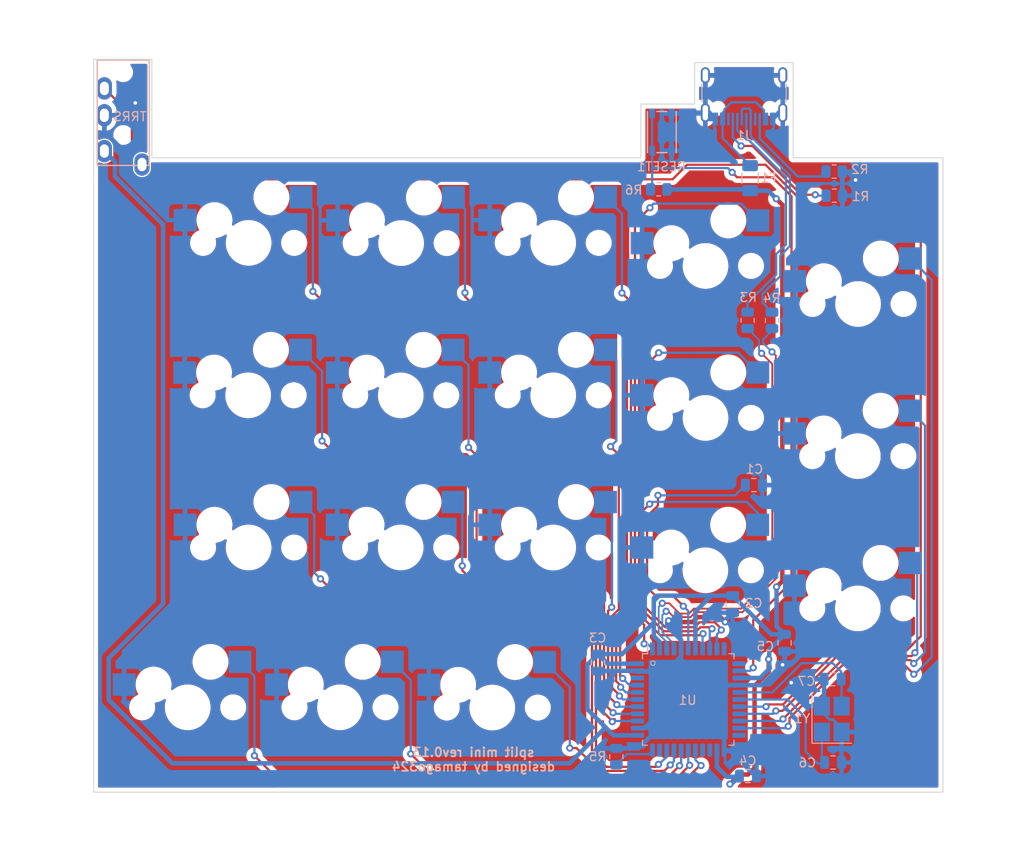
<source format=kicad_pcb>
(kicad_pcb (version 20211014) (generator pcbnew)
  (layers (0 "F.Cu" signal) (31 "B.Cu" signal) (34 "B.Paste" user) (35 "F.Paste" user) (36 "B.SilkS" user "B.Silkscreen") (37 "F.SilkS" user "F.Silkscreen") (38 "B.Mask" user) (39 "F.Mask" user) (44 "Edge.Cuts" user))
  (net 0 "")
  (net 1 "Net-(C1-Pad1)")
  (net 2 "GND")
  (net 3 "VCC")
  (net 4 "XTAL1")
  (net 5 "XTAL2")
  (net 6 "Net-(F1-Pad1)")
  (net 7 "Net-(J1-PadA5)")
  (net 8 "Net-(J1-PadA6)")
  (net 9 "Net-(J1-PadA7)")
  (net 11 "Net-(J1-PadB5)")
  (net 13 "SCL")
  (net 15 "D-")
  (net 16 "D+")
  (net 17 "Net-(R5-Pad1)")
  (net 18 "RESET")
  (net 19 "/col0")
  (net 20 "/col1")
  (net 21 "/col2")
  (net 22 "/col3")
  (net 23 "/col4")
  (net 24 "/col5")
  (net 25 "/col6")
  (net 26 "/col7")
  (net 27 "/col8")
  (net 28 "/col9")
  (net 29 "/col10")
  (net 30 "/col11")
  (net 31 "/col12")
  (net 32 "/col13")
  (net 33 "/col14")
  (net 34 "/col15")
  (net 35 "/col16")
  (net 36 "/col17")
  (footprint "split mini:CherryMX_Hotswap" (layer "F.Cu") (at 108.45 80.65)
    (fp_text reference "SW15" hide)
    (fp_text value "SW_Push" hide)
  )
  (footprint "split mini:CherryMX_Hotswap" (layer "F.Cu") (at 57.435 56.855)
    (fp_text reference "SW7" hide)
    (fp_text value "SW_Push" hide)
  )
  (footprint "split mini:CherryMX_Hotswap" (layer "F.Cu") (at 74.45 39.825)
    (fp_text reference "SW3" hide)
    (fp_text value "SW_Push" hide)
  )
  (footprint "split mini:CherryMX_Hotswap" (layer "F.Cu") (at 40.4 56.85)
    (fp_text reference "SW6" hide)
    (fp_text value "SW_Push" hide)
  )
  (footprint "split mini:CherryMX_Hotswap" (layer "F.Cu") (at 50.65 91.7)
    (fp_text reference "SW17" hide)
    (fp_text value "SW_Push" hide)
  )
  (footprint "split mini:CherryMX_Hotswap" (layer "F.Cu") (at 91.435 76.39)
    (fp_text reference "SW14" hide)
    (fp_text value "SW_Push" hide)
  )
  (footprint "split mini:CherryMX_Hotswap" (layer "F.Cu") (at 91.45 59.375)
    (fp_text reference "SW9" hide)
    (fp_text value "SW_Push" hide)
  )
  (footprint "split mini:CherryMX_Hotswap" (layer "F.Cu") (at 74.45 56.85)
    (fp_text reference "SW8" hide)
    (fp_text value "SW_Push" hide)
  )
  (footprint "split mini:CherryMX_Hotswap" (layer "F.Cu") (at 108.45 63.65)
    (fp_text reference "SW10" hide)
    (fp_text value "SW_Push" hide)
  )
  (footprint "split mini:CherryMX_Hotswap" (layer "F.Cu") (at 40.45 73.85)
    (fp_text reference "SW11" hide)
    (fp_text value "SW_Push" hide)
  )
  (footprint "split mini:CherryMX_Hotswap" (layer "F.Cu") (at 40.45 39.825)
    (fp_text reference "SW1" hide)
    (fp_text value "SW_Push" hide)
  )
  (footprint "split mini:CherryMX_Hotswap" (layer "F.Cu") (at 57.425 73.85)
    (fp_text reference "SW12" hide)
    (fp_text value "SW_Push" hide)
  )
  (footprint "split mini:CherryMX_Hotswap" (layer "F.Cu") (at 108.475 46.65)
    (fp_text reference "SW5" hide)
    (fp_text value "SW_Push" hide)
  )
  (footprint "split mini:CherryMX_Hotswap" (layer "F.Cu") (at 57.475 39.85)
    (fp_text reference "SW2" hide)
    (fp_text value "SW_Push" hide)
  )
  (footprint "split mini:CherryMX_Hotswap" (layer "F.Cu") (at 74.45 73.85)
    (fp_text reference "SW13" hide)
    (fp_text value "SW_Push" hide)
  )
  (footprint "split mini:CherryMX_Hotswap" (layer "F.Cu") (at 33.65 91.7)
    (fp_text reference "SW16" hide)
    (fp_text value "SW_Push" hide)
  )
  (footprint "split mini:CherryMX_Hotswap" (layer "F.Cu") (at 91.45 42.4)
    (fp_text reference "SW4" hide)
    (fp_text value "SW_Push" hide)
  )
  (footprint "split mini:CherryMX_Hotswap" (layer "F.Cu") (at 67.65 91.725)
    (fp_text reference "SW18" hide)
    (fp_text value "SW_Push" hide)
  )
  (footprint "split mini:USB_C_Receptacle_Neltron_5077CR-16SMC2" (layer "B.Cu") (at 95.75 22.19)
    (fp_text reference "J1")
    (fp_text value "USB_C_Receptacle_USB2.0")
  )
  (footprint "Package_QFP:LQFP-44_10x10mm_P0.8mm" (layer "B.Cu") (at 89.525 90.825 -90)
    (fp_text reference "U1")
    (fp_text value "ATmega32U4-A")
  )
  (footprint "Fuse:Fuse_1206_3216Metric" (layer "B.Cu") (at 96.425 32.6 -90)
    (fp_text reference "F1")
    (fp_text value "500mA")
  )
  (footprint "Resistor_SMD:R_0805_2012Metric" (layer "B.Cu") (at 81.5 97.2 90)
    (fp_text reference "R5")
    (fp_text value "10k")
  )
  (footprint "Resistor_SMD:R_0805_2012Metric" (layer "B.Cu") (at 105.825 34.55)
    (fp_text reference "R1")
    (fp_text value "5.1k")
  )
  (footprint "Capacitor_SMD:C_0805_2012Metric" (layer "B.Cu") (at 100.275 84.5 -90)
    (fp_text reference "C5")
    (fp_text value "10μF")
  )
  (footprint "split mini:MJ-4PP-9_1side" (layer "B.Cu") (at 26.45 19.275 180)
    (fp_text reference "J2")
    (fp_text value "MJ-4PP-9" hide)
  )
  (footprint "Capacitor_SMD:C_0805_2012Metric" (layer "B.Cu") (at 105.635 88.56 180)
    (fp_text reference "C7")
    (fp_text value "22pF")
  )
  (footprint "Resistor_SMD:R_0805_2012Metric" (layer "B.Cu") (at 105.805 31.86)
    (fp_text reference "R2")
    (fp_text value "5.1k")
  )
  (footprint "nosuz:SKRPAxE010" (layer "B.Cu") (at 86.575 27.45 90)
    (fp_text reference "RESET1")
    (fp_text value "SKRPACE010")
  )
  (footprint "Crystal:Crystal_SMD_SeikoEpson_FA238-4Pin_3.2x2.5mm_HandSoldering" (layer "B.Cu") (at 105.535 93.01 90)
    (fp_text reference "Y1")
    (fp_text value "16MHz")
  )
  (footprint "Capacitor_SMD:C_0805_2012Metric" (layer "B.Cu") (at 96.185 99.375)
    (fp_text reference "C4")
    (fp_text value "0.1μF")
  )
  (footprint "Capacitor_SMD:C_0805_2012Metric" (layer "B.Cu") (at 94.475 80.175 -90)
    (fp_text reference "C2")
    (fp_text value "0.1μF")
  )
  (footprint "Resistor_SMD:R_0805_2012Metric" (layer "B.Cu") (at 86.225 33.85 180)
    (fp_text reference "R6")
    (fp_text value "10k")
  )
  (footprint "Capacitor_SMD:C_0805_2012Metric" (layer "B.Cu") (at 105.685 97.86 180)
    (fp_text reference "C6")
    (fp_text value "22pF")
  )
  (footprint "Resistor_SMD:R_0805_2012Metric" (layer "B.Cu") (at 98.875 48.4875 -90)
    (fp_text reference "R4")
    (fp_text value "22")
  )
  (footprint "Resistor_SMD:R_0805_2012Metric" (layer "B.Cu") (at 96.145 48.4775 -90)
    (fp_text reference "R3")
    (fp_text value "22")
  )
  (footprint "Capacitor_SMD:C_0805_2012Metric" (layer "B.Cu") (at 79.45 86.7 -90)
    (fp_text reference "C3")
    (fp_text value "0.1μF")
  )
  (footprint "Capacitor_SMD:C_0805_2012Metric" (layer "B.Cu") (at 96.85 66.875)
    (fp_text reference "C1")
    (fp_text value "1μF")
  )
  (gr_circle (center 85.585 86.76) (end 85.815 86.85) (layer "B.SilkS") (width 0.1) (fill none))
  (gr_line (start 90.236197 19.693424) (end 101.236197 19.693424) (layer "Edge.Cuts") (width 0.1))
  (gr_line (start 117.95 101.175) (end 23.15 101.175) (layer "Edge.Cuts") (width 0.1))
  (gr_line (start 117.95 30.325) (end 117.95 101.175) (layer "Edge.Cuts") (width 0.1))
  (gr_line (start 23.15 101.175) (end 23.15 19.325) (layer "Edge.Cuts") (width 0.1))
  (gr_line (start 29.65 30.325) (end 84.236197 30.325) (layer "Edge.Cuts") (width 0.1))
  (gr_line (start 29.65 19.325) (end 29.65 30.325) (layer "Edge.Cuts") (width 0.1))
  (gr_line (start 84.236197 30.325) (end 84.236197 24.325) (layer "Edge.Cuts") (width 0.1))
  (gr_line (start 101.236197 19.693424) (end 101.236197 30.325) (layer "Edge.Cuts") (width 0.1))
  (gr_line (start 84.236197 24.325) (end 90.236197 24.325) (layer "Edge.Cuts") (width 0.1))
  (gr_line (start 90.236197 24.325) (end 90.236197 19.693424) (layer "Edge.Cuts") (width 0.1))
  (gr_line (start 101.236197 30.325) (end 117.95 30.325) (layer "Edge.Cuts") (width 0.1))
  (gr_line (start 23.15 19.325) (end 29.65 19.325) (layer "Edge.Cuts") (width 0.1))
  (gr_text "split mini rev0.13\ndesigned by tamago324" (at 65.55 97.525) (layer "B.SilkS") (effects (font (size 1 1) (thickness 0.2)) (justify mirror)))
  (segment (start 87.9 79.325) (end 88.975 80.4) (width 0.25) (layer "F.Cu") (net 1))
  (segment (start 86.143357 69.156643) (end 84.925 70.375) (width 0.25) (layer "F.Cu") (net 1))
  (segment (start 84.925 70.375) (end 84.925 78.3) (width 0.25) (layer "F.Cu") (net 1))
  (segment (start 84.925 78.3) (end 85.95 79.325) (width 0.25) (layer "F.Cu") (net 1))
  (segment (start 85.95 79.325) (end 87.9 79.325) (width 0.25) (layer "F.Cu") (net 1))
  (segment (start 86.143357 68.0255) (end 86.143357 69.156643) (width 0.25) (layer "F.Cu") (net 1))
  (via (at 86.143357 68.0255) (size 0.8) (drill 0.4) (layers "F.Cu" "B.Cu") (net 1))
  (via (at 88.975 80.4) (size 0.8) (drill 0.4) (layers "F.Cu" "B.Cu") (net 1))
  (segment (start 89.525 80.95) (end 88.975 80.4) (width 0.25) (layer "B.Cu") (net 1))
  (segment (start 89.525 85.1625) (end 89.525 80.95) (width 0.25) (layer "B.Cu") (net 1))
  (segment (start 94.7495 68.0255) (end 95.9 66.875) (width 0.25) (layer "B.Cu") (net 1))
  (segment (start 86.143357 68.0255) (end 94.7495 68.0255) (width 0.25) (layer "B.Cu") (net 1))
  (segment (start 90.550127 81.625) (end 90.000127 82.175) (width 0.5) (layer "F.Cu") (net 2))
  (segment (start 90.000127 82.175) (end 87.474 82.175) (width 0.5) (layer "F.Cu") (net 2))
  (segment (start 93.643741 82.160815) (end 93.107926 81.625) (width 0.5) (layer "F.Cu") (net 2))
  (segment (start 93.107926 81.625) (end 90.550127 81.625) (width 0.5) (layer "F.Cu") (net 2))
  (segment (start 101.024799 87.924799) (end 100.05 86.95) (width 0.5) (layer "F.Cu") (net 2))
  (segment (start 100.07 31.570432) (end 100.07 25.29) (width 0.5) (layer "F.Cu") (net 2))
  (segment (start 108.2 32.8) (end 107.6 33.4) (width 0.5) (layer "F.Cu") (net 2))
  (segment (start 101.024799 88.949799) (end 101.024799 87.924799) (width 0.5) (layer "F.Cu") (net 2))
  (segment (start 87.474 82.175) (end 87.3245 82.0255) (width 0.5) (layer "F.Cu") (net 2))
  (segment (start 100.05 86.95) (end 100.075 86.95) (width 0.5) (layer "F.Cu") (net 2))
  (segment (start 101.899568 33.4) (end 100.07 31.570432) (width 0.5) (layer "F.Cu") (net 2))
  (segment (start 107.6 33.4) (end 101.899568 33.4) (width 0.5) (layer "F.Cu") (net 2))
  (via (at 100.05 86.95) (size 0.8) (drill 0.4) (layers "F.Cu" "B.Cu") (net 2))
  (via (at 27.8 24.2) (size 0.8) (drill 0.4) (layers "F.Cu" "B.Cu") (net 2))
  (via (at 101.024799 88.949799) (size 0.8) (drill 0.4) (layers "F.Cu" "B.Cu") (net 2))
  (via (at 87.3245 82.0255) (size 0.8) (drill 0.4) (layers "F.Cu" "B.Cu") (net 2))
  (via (at 108.2 32.8) (size 0.8) (drill 0.4) (layers "F.Cu" "B.Cu") (net 2))
  (via (at 93.643741 82.160815) (size 0.8) (drill 0.4) (layers "F.Cu" "B.Cu") (net 2))
  (segment (start 93.643741 81.956259) (end 94.475 81.125) (width 0.5) (layer "B.Cu") (net 2))
  (segment (start 31.41 37.285) (end 33.365 37.285) (width 0.5) (layer "B.Cu") (net 2))
  (segment (start 49.035 82.665) (end 62.215 82.665) (width 0.5) (layer "B.Cu") (net 2))
  (segment (start 85.440425 94.815425) (end 85.440425 93.215425) (width 0.5) (layer "B.Cu") (net 2))
  (segment (start 43.565 84.89) (end 45.79 82.665) (width 0.5) (layer "B.Cu") (net 2))
  (segment (start 97.175 65.375) (end 85.9 65.375) (width 0.5) (layer "B.Cu") (net 2))
  (segment (start 84.63085 94.025) (end 83.8625 94.025) (width 0.5) (layer "B.Cu") (net 2))
  (segment (start 87.3245 82.0255) (end 87.175 82.175) (width 0.5) (layer "B.Cu") (net 2))
  (segment (start 29.36 82.665) (end 29.125 82.9) (width 0.5) (layer "B.Cu") (net 2))
  (segment (start 91.43 21.11) (end 100.07 21.11) (width 0.5) (layer "B.Cu") (net 2))
  (segment (start 43.565 82.665) (end 29.36 82.665) (width 0.5) (layer "B.Cu") (net 2))
  (segment (start 79.825 87.65) (end 79.85 87.625) (width 0.5) (layer "B.Cu") (net 2))
  (segment (start 101.39 61.085) (end 101.365 61.11) (width 0.5) (layer "B.Cu") (net 2))
  (segment (start 83.8625 87.625) (end 83.9375 87.7) (width 0.5) (layer "B.Cu") (net 2))
  (segment (start 106.7175 31.86) (end 106.7175 34.53) (width 0.5) (layer "B.Cu") (net 2))
  (segment (start 26.225 29.282233) (end 26.225 32.1) (width 0.5) (layer "B.Cu") (net 2))
  (segment (start 89.8125 88.5125) (end 89.8125 88.84335) (width 0.5) (layer "B.Cu") (net 2))
  (segment (start 83.96835 96.2875) (end 85.440425 94.815425) (width 0.5) (layer "B.Cu") (net 2))
  (segment (start 97.725 89.225) (end 95.1875 89.225) (width 0.5) (layer "B.Cu") (net 2))
  (segment (start 104.435 91.56) (end 104.435 92.185) (width 0.5) (layer "B.Cu") (net 2))
  (segment (start 79.85 87.625) (end 83.8625 87.625) (width 0.5) (layer "B.Cu") (net 2))
  (segment (start 101.414598 88.56) (end 104.685 88.56) (width 0.5) (layer "B.Cu") (net 2))
  (segment (start 79.45 87.65) (end 79.825 87.65) (width 0.5) (layer "B.Cu") (net 2))
  (segment (start 101.365 82.44) (end 102 83.075) (width 0.5) (layer "B.Cu") (net 2))
  (segment (start 100.07 21.11) (end 100.07 25.29) (width 0.5) (layer "B.Cu") (net 2))
  (segment (start 91.925 89.225) (end 90.525 89.225) (width 0.5) (layer "B.Cu") (net 2))
  (segment (start 101.39 44.11) (end 101.39 61.085) (width 0.5) (layer "B.Cu") (net 2))
  (segment (start 102 83.075) (end 102 85.95) (width 0.5) (layer "B.Cu") (net 2))
  (segment (start 67.365 37.285) (end 67.365 54.31) (width 0.5) (layer "B.Cu") (net 2))
  (segment (start 81.5 96.2875) (end 83.96835 96.2875) (width 0.5) (layer "B.Cu") (net 2))
  (segment (start 101.005 66.875) (end 101.365 66.515) (width 0.5) (layer "B.Cu") (net 2))
  (segment (start 88.0125 86.7125) (end 88.725 86) (width 0.5) (layer "B.Cu") (net 2))
  (segment (start 106.7375 34.55) (end 106.7375 37.2375) (width 0.5) (layer "B.Cu") (net 2))
  (segment (start 83.9375 87.7) (end 87.025 87.7) (width 0.5) (layer "B.Cu") (net 2))
  (segment (start 67.365 81.035) (end 67.365 71.31) (width 0.5) (layer "B.Cu") (net 2))
  (segment (start 87.655 25.37) (end 91.35 25.37) (width 0.5) (layer "B.Cu") (net 2))
  (segment (start 101.365 61.11) (end 101.365 66.515) (width 0.5) (layer "B.Cu") (net 2))
  (segment (start 82.83 65.9) (end 84.365 67.435) (width 0.5) (layer "B.Cu") (net 2))
  (segment (start 24.35 27.407233) (end 26.225 29.282233) (width 0.5) (layer "B.Cu") (net 2))
  (segment (start 62.215 82.665) (end 65.735 82.665) (width 0.5) (layer "B.Cu") (net 2))
  (segment (start 90.525 89.225) (end 89.8125 88.5125) (width 0.5) (layer "B.Cu") (net 2))
  (segment (start 88.725 86) (end 88.725 85.1625) (width 0.5) (layer "B.Cu") (net 2))
  (segment (start 29.125 82.9) (end 33.365 78.66) (width 0.5) (layer "B.Cu") (net 2))
  (segment (start 84.365 67.435) (end 84.365 73.835) (width 0.5) (layer "B.Cu") (net 2))
  (segment (start 106.7175 31.86) (end 107.26 31.86) (width 0.5) (layer "B.Cu") (net 2))
  (segment (start 97.135 99.375) (end 97.025 99.375) (width 0.5) (layer "B.Cu") (net 2))
  (segment (start 43.565 82.665) (end 45.79 82.665) (width 0.5) (layer "B.Cu") (net 2))
  (segment (start 101.39 42.585) (end 101.39 44.11) (width 0.5) (layer "B.Cu") (net 2))
  (segment (start 33.315 54.31) (end 33.315 37.335) (width 0.5) (layer "B.Cu") (net 2))
  (segment (start 91.43 25.29) (end 91.43 21.11) (width 0.5) (layer "B.Cu") (net 2))
  (segment (start 101.024799 88.949799) (end 101.414598 88.56) (width 0.5) (layer "B.Cu") (net 2))
  (segment (start 89.8125 88.84335) (end 85.440425 93.215425) (width 0.5) (layer "B.Cu") (net 2))
  (segment (start 33.365 54.36) (end 33.315 54.31) (width 0.5) (layer "B.Cu") (net 2))
  (segment (start 105.685 93.06) (end 106.635 94.01) (width 0.3) (layer "B.Cu") (net 2))
  (segment (start 26.565 89.16) (end 26.565 85.46) (width 0.5) (layer "B.Cu") (net 2))
  (segment (start 84.365 39.86) (end 84.365 56.835) (width 0.5) (layer "B.Cu") (net 2))
  (segment (start 84.365 56.835) (end 84.365 66.765) (width 0.5) (layer "B.Cu") (net 2))
  (segment (start 50.34 81.36) (end 49.035 82.665) (width 0.5) (layer "B.Cu") (net 2))
  (segment (start 45.79 82.665) (end 49.035 82.665) (width 0.5) (layer "B.Cu") (net 2))
  (segment (start 43.565 89.16) (end 43.565 84.89) (width 0.5) (layer "B.Cu") (net 2))
  (segment (start 65.735 82.665) (end 67.365 81.035) (width 0.5) (layer "B.Cu") (net 2))
  (segment (start 94.225 96.575) (end 93.6125 96.575) (width 0.5) (layer "B.Cu") (net 2))
  (segment (start 87.655 25.37) (end 87.655 29.53) (width 0.5) (layer "B.Cu") (net 2))
  (segment (start 91.85 25.29) (end 92.55 25.99) (width 0.5) (layer "B.Cu") (net 2))
  (segment (start 33.365 71.31) (end 33.365 54.36) (width 0.5) (layer "B.Cu") (net 2))
  (segment (start 91.43 25.29) (end 91.85 25.29) (width 0.5) (layer "B.Cu") (net 2))
  (segment (start 106.7175 34.53) (end 106.7375 34.55) (width 0.5) (layer "B.Cu") (net 2))
  (segment (start 97.8 66.875) (end 97.8 66) (width 0.5) (layer "B.Cu") (net 2))
  (segment (start 97.025 99.375) (end 94.225 96.575) (width 0.5) (layer "B.Cu") (net 2))
  (segment (start 84.365 73.835) (end 84.35 73.85) (width 0.5) (layer "B.Cu") (net 2))
  (segment (start 50.39 37.31) (end 50.39 54.275) (width 0.5) (layer "B.Cu") (net 2))
  (segment (start 88.725 84.2) (end 88.725 85.1625) (width 0.5) (layer "B.Cu") (net 2))
  (segment (start 93.525 96.4875) (end 93.525 90.825) (width 0.5) (layer "B.Cu") (net 2))
  (segment (start 95.1875 89.225) (end 91.925 89.225) (width 0.5) (layer "B.Cu") (net 2))
  (segment (start 87.175 82.175) (end 87.175 82.65) (width 0.5) (layer "B.Cu") (net 2))
  (segment (start 67.365 69.29) (end 67.365 54.31) (width 0.5) (layer "B.Cu") (net 2))
  (segment (start 100.275 85.45) (end 100.275 86.675) (width 0.5) (layer "B.Cu") (net 2))
  (segment (start 33.315 37.335) (end 33.365 37.285) (width 0.5) (layer "B.Cu") (net 2))
  (segment (start 26.225 32.1) (end 31.41 37.285) (width 0.5) (layer "B.Cu") (net 2))
  (segment (start 50.39 54.275) (end 50.35 54.315) (width 0.5) (layer "B.Cu") (net 2))
  (segment (start 91.35 25.37) (end 91.43 25.29) (width 0.5) (layer "B.Cu") (net 2))
  (segment (start 107.26 31.86) (end 108.2 32.8) (width 0.5) (layer "B.Cu") (net 2))
  (segment (start 60.565 83.985) (end 61.885 82.665) (width 0.5) (layer "B.Cu") (net 2))
  (segment (start 50.35 54.315) (end 50.35 71.3) (width 0.5) (layer "B.Cu") (net 2))
  (segment (start 105.31 93.06) (end 105.685 93.06) (width 0.3) (layer "B.Cu") (net 2))
  (segment (start 24.35 25.575) (end 24.35 27.407233) (width 0.5) (layer "B.Cu") (net 2))
  (segment (start 100.07 25.29) (end 99.65 25.29) (width 0.5) (layer "B.Cu") (net 2))
  (segment (start 50.35 71.3) (end 50.34 71.31) (width 0.5) (layer "B.Cu") (net 2))
  (segment (start 67.365 69.29) (end 70.755 65.9) (width 0.5) (layer "B.Cu") (net 2))
  (segment (start 97.8 66) (end 97.175 65.375) (width 0.5) (layer "B.Cu") (net 2))
  (segment (start 89.8125 88.5125) (end 88.0125 86.7125) (width 0.5) (layer "B.Cu") (net 2))
  (segment (start 87.175 82.65) (end 88.725 84.2) (width 0.5) (layer "B.Cu") (net 2))
  (segment (start 85.440425 93.215425) (end 84.63085 94.025) (width 0.5) (layer "B.Cu") (net 2))
  (segment (start 70.755 65.9) (end 82.83 65.9) (width 0.5) (layer "B.Cu") (net 2))
  (segment (start 50.34 71.31) (end 50.34 81.36) (width 0.5) (layer "B.Cu") (net 2))
  (segment (start 85.9 65.375) (end 84.51 66.765) (width 0.5) (layer "B.Cu") (net 2))
  (segment (start 104.435 92.185) (end 105.31 93.06) (width 0.3) (layer "B.Cu") (net 2))
  (segment (start 101.365 66.515) (end 101.365 78.11) (width 0.5) (layer "B.Cu") (net 2))
  (segment (start 101 86.95) (end 100.05 86.95) (width 0.5) (layer "B.Cu") (net 2))
  (segment (start 93.525 90.825) (end 91.925 89.225) (width 0.5) (layer "B.Cu") (net 2))
  (segment (start 97.8 66.875) (end 101.005 66.875) (width 0.5) (layer "B.Cu") (net 2))
  (segment (start 84.51 66.765) (end 84.365 66.765) (width 0.5) (layer "B.Cu") (net 2))
  (segment (start 106.635 94.01) (end 106.635 94.46) (width 0.3) (layer "B.Cu") (net 2))
  (segment (start 60.565 89.185) (end 60.565 83.985) (width 0.5) (layer "B.Cu") (net 2))
  (segment (start 67.365 71.31) (end 67.365 69.29) (width 0.5) (layer "B.Cu") (net 2))
  (segment (start 26.565 85.46) (end 29.125 82.9) (width 0.5) (layer "B.Cu") (net 2))
  (segment (start 93.6125 96.575) (end 93.525 96.4875) (width 0.5) (layer "B.Cu") (net 2))
  (segment (start 99.65 25.29) (end 98.95 25.99) (width 0.5) (layer "B.Cu") (net 2))
  (segment (start 104.685 88.56) (end 104.685 91.31) (width 0.5) (layer "B.Cu") (net 2))
  (segment (start 101.365 78.11) (end 101.365 82.44) (width 0.5) (layer "B.Cu") (net 2))
  (segment (start 106.7375 37.2375) (end 101.39 42.585) (width 0.5) (layer "B.Cu") (net 2))
  (segment (start 102 85.95) (end 101 86.95) (width 0.5) (layer "B.Cu") (net 2))
  (segment (start 100.275 86.675) (end 97.725 89.225) (width 0.5) (layer "B.Cu") (net 2))
  (segment (start 104.685 91.31) (end 104.435 91.56) (width 0.5) (layer "B.Cu") (net 2))
  (segment (start 33.365 78.66) (end 33.365 71.31) (width 0.5) (layer "B.Cu") (net 2))
  (segment (start 106.635 94.46) (end 106.635 97.86) (width 0.3) (layer "B.Cu") (net 2))
  (segment (start 87.025 87.7) (end 88.0125 86.7125) (width 0.5) (layer "B.Cu") (net 2))
  (segment (start 93.643741 82.160815) (end 93.643741 81.956259) (width 0.5) (layer "B.Cu") (net 2))
  (segment (start 61.885 82.665) (end 62.215 82.665) (width 0.5) (layer "B.Cu") (net 2))
  (segment (start 84.365 66.765) (end 84.365 67.435) (width 0.5) (layer "B.Cu") (net 2))
  (segment (start 94.175 100.275) (end 95.25 99.2) (width 0.5) (layer "F.Cu") (net 3))
  (segment (start 96.2 99.2) (end 96.925 98.475) (width 0.5) (layer "F.Cu") (net 3))
  (segment (start 96.925 89.3) (end 98.5 87.725) (width 0.5) (layer "F.Cu") (net 3))
  (segment (start 95.25 99.2) (end 96.2 99.2) (width 0.5) (layer "F.Cu") (net 3))
  (segment (start 100.025 77.60493) (end 100.025 35.575) (width 0.5) (layer "F.Cu") (net 3))
  (segment (start 96.925 98.475) (end 96.925 89.3) (width 0.5) (layer "F.Cu") (net 3))
  (segment (start 98.5 87.725) (end 98.5 86.325) (width 0.5) (layer "F.Cu") (net 3))
  (segment (start 99.380787 78.249143) (end 100.025 77.60493) (width 0.5) (layer "F.Cu") (net 3))
  (segment (start 100.025 35.575) (end 99.35 34.9) (width 0.5) (layer "F.Cu") (net 3))
  (via (at 94.175 100.275) (size 0.8) (drill 0.4) (layers "F.Cu" "B.Cu") (net 3))
  (via (at 99.35 34.9) (size 0.8) (drill 0.4) (layers "F.Cu" "B.Cu") (net 3))
  (via (at 98.5 86.325) (size 0.8) (drill 0.4) (layers "F.Cu" "B.Cu") (net 3))
  (via (at 99.380787 78.249143) (size 0.8) (drill 0.4) (layers "F.Cu" "B.Cu") (net 3))
  (segment (start 87.1375 33.85) (end 96.275 33.85) (width 0.5) (layer "B.Cu") (net 3))
  (segment (start 82.15 85.75) (end 79.45 85.75) (width 0.5) (layer "B.Cu") (net 3))
  (segment (start 78.275 86.925) (end 78.275 91.925) (width 0.5) (layer "B.Cu") (net 3))
  (segment (start 79.45 85.75) (end 80.525 86.825) (width 0.5) (layer "B.Cu") (net 3))
  (segment (start 80.525 86.825) (end 83.8625 86.825) (width 0.5) (layer "B.Cu") (net 3))
  (segment (start 76.275 97.95) (end 80.2875 93.9375) (width 0.5) (layer "B.Cu") (net 3))
  (segment (start 96.275 33.85) (end 96.425 34) (width 0.5) (layer "B.Cu") (net 3))
  (segment (start 98.625 85.2) (end 98.5 86.325) (width 0.5) (layer "B.Cu") (net 3))
  (segment (start 31.93 97.95) (end 76.275 97.95) (width 0.5) (layer "B.Cu") (net 3))
  (segment (start 92 79.325) (end 90.325 81) (width 0.5) (layer "B.Cu") (net 3))
  (segment (start 85.675 79.822418) (end 85.675 82.225) (width 0.5) (layer "B.Cu") (net 3))
  (segment (start 99.380787 82.655787) (end 100.275 83.55) (width 0.5) (layer "B.Cu") (net 3))
  (segment (start 78.275 91.925) (end 80.2875 93.9375) (width 0.5) (layer "B.Cu") (net 3))
  (segment (start 93.825 99.45) (end 95.16 99.45) (width 0.5) (layer "B.Cu") (net 3))
  (segment (start 98.45 34) (end 99.35 34.9) (width 0.5) (layer "B.Cu") (net 3))
  (segment (start 24.35 29.575) (end 25.525 30.75) (width 0.5) (layer "B.Cu") (net 3))
  (segment (start 90.325 81) (end 90.325 85.1625) (width 0.5) (layer "B.Cu") (net 3))
  (segment (start 99.380787 78.249143) (end 99.380787 82.655787) (width 0.5) (layer "B.Cu") (net 3))
  (segment (start 80.2875 93.9375) (end 81.175 94.825) (width 0.5) (layer "B.Cu") (net 3))
  (segment (start 86.272418 79.225) (end 85.675 79.822418) (width 0.5) (layer "B.Cu") (net 3))
  (segment (start 92.725 96.4875) (end 92.725 98.35) (width 0.5) (layer "B.Cu") (net 3))
  (segment (start 85.675 83.74415) (end 86.325 84.39415) (width 0.5) (layer "B.Cu") (net 3))
  (segment (start 95.16 99.45) (end 95.235 99.375) (width 0.5) (layer "B.Cu") (net 3))
  (segment (start 94.175 100.275) (end 94.335 100.275) (width 0.5) (layer "B.Cu") (net 3))
  (segment (start 85.675 82.225) (end 82.15 85.75) (width 0.5) (layer "B.Cu") (net 3))
  (segment (start 25.525 32.38995) (end 30.9 37.76495) (width 0.5) (layer "B.Cu") (net 3))
  (segment (start 100.275 83.55) (end 98.625 85.2) (width 0.5) (layer "B.Cu") (net 3))
  (segment (start 98.8 83.55) (end 94.475 79.225) (width 0.5) (layer "B.Cu") (net 3))
  (segment (start 25.525 30.75) (end 25.525 32.38995) (width 0.5) (layer "B.Cu") (net 3))
  (segment (start 92.725 98.35) (end 93.825 99.45) (width 0.5) (layer "B.Cu") (net 3))
  (segment (start 30.9 37.76495) (end 30.9 80.13505) (width 0.5) (layer "B.Cu") (net 3))
  (segment (start 94.475 79.225) (end 86.272418 79.225) (width 0.5) (layer "B.Cu") (net 3))
  (segment (start 96.425 34) (end 98.45 34) (width 0.5) (layer "B.Cu") (net 3))
  (segment (start 98.5 86.325) (end 98.625 87.33505) (width 0.5) (layer "B.Cu") (net 3))
  (segment (start 30.9 80.13505) (end 24.84 86.19505) (width 0.5) (layer "B.Cu") (net 3))
  (segment (start 85.675 79.525) (end 85.675 83.74415) (width 0.5) (layer "B.Cu") (net 3))
  (segment (start 24.84 86.19505) (end 24.84 90.86) (width 0.5) (layer "B.Cu") (net 3))
  (segment (start 100.275 83.55) (end 98.8 83.55) (width 0.5) (layer "B.Cu") (net 3))
  (segment (start 97.53505 88.425) (end 95.1875 88.425) (width 0.5) (layer "B.Cu") (net 3))
  (segment (start 98.625 87.33505) (end 97.53505 88.425) (width 0.5) (layer "B.Cu") (net 3))
  (segment (start 86.325 84.39415) (end 86.325 85.1625) (width 0.5) (layer "B.Cu") (net 3))
  (segment (start 24.84 90.86) (end 31.93 97.95) (width 0.5) (layer "B.Cu") (net 3))
  (segment (start 85.975 79.225) (end 85.675 79.525) (width 0.5) (layer "B.Cu") (net 3))
  (segment (start 94.335 100.275) (end 95.235 99.375) (width 0.5) (layer "B.Cu") (net 3))
  (segment (start 81.175 94.825) (end 83.8625 94.825) (width 0.5) (layer "B.Cu") (net 3))
  (segment (start 79.45 85.75) (end 78.275 86.925) (width 0.5) (layer "B.Cu") (net 3))
  (segment (start 100.6 90.825) (end 95.1875 90.825) (width 0.25) (layer "B.Cu") (net 4))
  (segment (start 102.625 92.85) (end 100.6 90.825) (width 0.25) (layer "B.Cu") (net 4))
  (segment (start 104.735 97.86) (end 104.62 97.975) (width 0.25) (layer "B.Cu") (net 4))
  (segment (start 104.62 97.975) (end 103.975 97.975) (width 0.25) (layer "B.Cu") (net 4))
  (segment (start 104.435 97.56) (end 104.735 97.86) (width 0.25) (layer "B.Cu") (net 4))
  (segment (start 104.435 94.46) (end 104.435 97.56) (width 0.25) (layer "B.Cu") (net 4))
  (segment (start 103.975 97.975) (end 102.625 96.625) (width 0.25) (layer "B.Cu") (net 4))
  (segment (start 102.625 96.625) (end 102.625 92.85) (width 0.25) (layer "B.Cu") (net 4))
  (segment (start 102.175 86.775) (end 105.65 86.775) (width 0.25) (layer "B.Cu") (net 5))
  (segment (start 106.635 88.61) (end 106.635 91.56) (width 0.25) (layer "B.Cu") (net 5))
  (segment (start 106.585 87.71) (end 106.585 88.56) (width 0.25) (layer "B.Cu") (net 5))
  (segment (start 106.585 88.56) (end 106.635 88.61) (width 0.25) (layer "B.Cu") (net 5))
  (segment (start 95.1875 90.025) (end 98.925 90.025) (width 0.25) (layer "B.Cu") (net 5))
  (segment (start 98.925 90.025) (end 102.175 86.775) (width 0.25) (layer "B.Cu") (net 5))
  (segment (start 105.65 86.775) (end 106.585 87.71) (width 0.25) (layer "B.Cu") (net 5))
  (segment (start 93.560001 24.914999) (end 94.35 24.125) (width 0.25) (layer "B.Cu") (net 6))
  (segment (start 97.1 24.125) (end 97.965 24.99) (width 0.25) (layer "B.Cu") (net 6))
  (segment (start 97.965 24.99) (end 97.965 25.805) (width 0.25) (layer "B.Cu") (net 6))
  (segment (start 93.35 28.125) (end 96.425 31.2) (width 0.25) (layer "B.Cu") (net 6))
  (segment (start 94.35 24.125) (end 97.1 24.125) (width 0.25) (layer "B.Cu") (net 6))
  (segment (start 93.35 25.99) (end 93.35 28.125) (width 0.25) (layer "B.Cu") (net 6))
  (segment (start 93.560001 25.07995) (end 93.560001 24.914999) (width 0.25) (layer "B.Cu") (net 6))
  (segment (start 93.35 25.289951) (end 93.560001 25.07995) (width 0.25) (layer "B.Cu") (net 6))
  (segment (start 97.965 25.805) (end 98.15 25.99) (width 0.25) (layer "B.Cu") (net 6))
  (segment (start 93.35 25.99) (end 93.35 25.289951) (width 0.25) (layer "B.Cu") (net 6))
  (segment (start 102.136396 34.45) (end 103.7 34.45) (width 0.25) (layer "F.Cu") (net 7))
  (segment (start 96.686396 29) (end 102.136396 34.45) (width 0.25) (layer "F.Cu") (net 7))
  (segment (start 95.425 29) (end 96.686396 29) (width 0.25) (layer "F.Cu") (net 7))
  (via (at 103.7 34.45) (size 0.8) (drill 0.4) (layers "F.Cu" "B.Cu") (net 7))
  (via (at 95.425 29) (size 0.8) (drill 0.4) (layers "F.Cu" "B.Cu") (net 7))
  (segment (start 103.8 34.55) (end 103.7 34.45) (width 0.25) (layer "B.Cu") (net 7))
  (segment (start 104.9125 34.55) (end 103.8 34.55) (width 0.25) (layer "B.Cu") (net 7))
  (segment (start 95.425 29) (end 95.45 29) (width 0.25) (layer "B.Cu") (net 7))
  (segment (start 94.5 25.99) (end 94.5 28.05) (width 0.25) (layer "B.Cu") (net 7))
  (segment (start 94.5 28.05) (end 95.425 29) (width 0.25) (layer "B.Cu") (net 7))
  (segment (start 97.825 46.525) (end 98.875 47.575) (width 0.25) (layer "B.Cu") (net 8))
  (segment (start 95.5 25) (end 95.675 24.825) (width 0.25) (layer "B.Cu") (net 8))
  (segment (start 97.825 45.511396) (end 97.825 46.525) (width 0.25) (layer "B.Cu") (net 8))
  (segment (start 95.5 25.99) (end 95.5 25) (width 0.25) (layer "B.Cu") (net 8))
  (segment (start 100.875 32.3) (end 100.875 40.186396) (width 0.25) (layer "B.Cu") (net 8))
  (segment (start 99.79 41.271396) (end 99.79 43.546396) (width 0.25) (layer "B.Cu") (net 8))
  (segment (start 96.5 27.925) (end 100.875 32.3) (width 0.25) (layer "B.Cu") (net 8))
  (segment (start 96.325 24.825) (end 96.5 25) (width 0.25) (layer "B.Cu") (net 8))
  (segment (start 100.875 40.186396) (end 99.79 41.271396) (width 0.25) (layer "B.Cu") (net 8))
  (segment (start 95.675 24.825) (end 96.325 24.825) (width 0.25) (layer "B.Cu") (net 8))
  (segment (start 99.79 43.546396) (end 97.825 45.511396) (width 0.25) (layer "B.Cu") (net 8))
  (segment (start 96.5 25) (end 96.5 25.99) (width 0.25) (layer "B.Cu") (net 8))
  (segment (start 96.5 25.99) (end 96.5 27.925) (width 0.25) (layer "B.Cu") (net 8))
  (segment (start 96 28.275) (end 96 25.99) (width 0.25) (layer "B.Cu") (net 9))
  (segment (start 95 25.99) (end 95 27.275) (width 0.25) (layer "B.Cu") (net 9))
  (segment (start 95 27.275) (end 96 28.275) (width 0.25) (layer "B.Cu") (net 9))
  (segment (start 99.34 41.085) (end 100.425 40) (width 0.25) (layer "B.Cu") (net 9))
  (segment (start 96.145 47.565) (end 96.145 46.555) (width 0.25) (layer "B.Cu") (net 9))
  (segment (start 100.425 32.486396) (end 96.213604 28.275) (width 0.25) (layer "B.Cu") (net 9))
  (segment (start 96.145 46.555) (end 99.34 43.36) (width 0.25) (layer "B.Cu") (net 9))
  (segment (start 99.34 43.36) (end 99.34 41.085) (width 0.25) (layer "B.Cu") (net 9))
  (segment (start 100.425 40) (end 100.425 32.486396) (width 0.25) (layer "B.Cu") (net 9))
  (segment (start 96.213604 28.275) (end 96 28.275) (width 0.25) (layer "B.Cu") (net 9))
  (segment (start 104.3525 32.4) (end 101.725 32.4) (width 0.25) (layer "B.Cu") (net 11))
  (segment (start 97.5 28.175) (end 97.5 25.99) (width 0.25) (layer "B.Cu") (net 11))
  (segment (start 101.725 32.4) (end 97.5 28.175) (width 0.25) (layer "B.Cu") (net 11))
  (segment (start 104.8925 31.86) (end 104.3525 32.4) (width 0.25) (layer "B.Cu") (net 11))
  (segment (start 87.775 32.725) (end 89.4 31.1) (width 0.25) (layer "F.Cu") (net 13))
  (segment (start 100.113909 91.375) (end 98.45 91.375) (width 0.25) (layer "F.Cu") (net 13))
  (segment (start 27.425001 31.940991) (end 28.20901 32.725) (width 0.25) (layer "F.Cu") (net 13))
  (segment (start 115.475 83.775) (end 114.925 84.325) (width 0.25) (layer "F.Cu") (net 13))
  (segment (start 28.20901 32.725) (end 87.775 32.725) (width 0.25) (layer "F.Cu") (net 13))
  (segment (start 114.625 84.588604) (end 114.625 84.625) (width 0.25) (layer "F.Cu") (net 13))
  (segment (start 113.9 37.725) (end 115.475 39.3) (width 0.25) (layer "F.Cu") (net 13))
  (segment (start 104.775 37.725) (end 113.9 37.725) (width 0.25) (layer "F.Cu") (net 13))
  (segment (start 27.425001 25.650001) (end 27.425001 31.940991) (width 0.25) (layer "F.Cu") (net 13))
  (segment (start 98.15 31.1) (end 104.775 37.725) (width 0.25) (layer "F.Cu") (net 13))
  (segment (start 89.4 31.1) (end 98.15 31.1) (width 0.25) (layer "F.Cu") (net 13))
  (segment (start 98.45 91.375) (end 98.2 91.625) (width 0.25) (layer "F.Cu") (net 13))
  (segment (start 114.925 84.325) (end 114.888604 84.325) (width 0.25) (layer "F.Cu") (net 13))
  (segment (start 115.475 39.3) (end 115.475 83.775) (width 0.25) (layer "F.Cu") (net 13))
  (segment (start 113.725 85.525) (end 105.963909 85.525) (width 0.25) (layer "F.Cu") (net 13))
  (segment (start 105.963909 85.525) (end 100.113909 91.375) (width 0.25) (layer "F.Cu") (net 13))
  (segment (start 24.35 22.575) (end 27.425001 25.650001) (width 0.25) (layer "F.Cu") (net 13))
  (segment (start 114.625 84.625) (end 113.725 85.525) (width 0.25) (layer "F.Cu") (net 13))
  (segment (start 114.888604 84.325) (end 114.625 84.588604) (width 0.25) (layer "F.Cu") (net 13))
  (via (at 98.2 91.625) (size 0.8) (drill 0.4) (layers "F.Cu" "B.Cu") (net 13))
  (segment (start 98.2 91.625) (end 98.525 91.625) (width 0.25) (layer "B.Cu") (net 13))
  (segment (start 95.1875 91.625) (end 98.2 91.625) (width 0.25) (layer "B.Cu") (net 13))
  (segment (start 98.9 53.35) (end 97.7125 52.1625) (width 0.2) (layer "F.Cu") (net 15))
  (segment (start 89.606625 81.225) (end 90.156625 80.675) (width 0.2) (layer "F.Cu") (net 15))
  (segment (start 87.3995 80.0745) (end 88.55 81.225) (width 0.2) (layer "F.Cu") (net 15))
  (segment (start 90.156625 80.675) (end 95.4 80.675) (width 0.2) (layer "F.Cu") (net 15))
  (segment (start 98.9 77.175) (end 98.9 53.35) (width 0.2) (layer "F.Cu") (net 15))
  (segment (start 95.4 80.675) (end 98.9 77.175) (width 0.2) (layer "F.Cu") (net 15))
  (segment (start 86.625 80.0745) (end 87.3995 80.0745) (width 0.2) (layer "F.Cu") (net 15))
  (segment (start 88.55 81.225) (end 89.606625 81.225) (width 0.2) (layer "F.Cu") (net 15))
  (via (at 86.625 80.0745) (size 0.8) (drill 0.4) (layers "F.Cu" "B.Cu") (net 15))
  (via (at 97.7125 52.1625) (size 0.8) (drill 0.4) (layers "F.Cu" "B.Cu") (net 15))
  (segment (start 86.225 80.4745) (end 86.225 83.516332) (width 0.2) (layer "B.Cu") (net 15))
  (segment (start 97.425 50.67) (end 96.145 49.39) (width 0.2) (layer "B.Cu") (net 15))
  (segment (start 86.625 80.0745) (end 86.225 80.4745) (width 0.2) (layer "B.Cu") (net 15))
  (segment (start 97.425 51.875) (end 97.425 50.67) (width 0.2) (layer "B.Cu") (net 15))
  (segment (start 97.7125 52.1625) (end 97.425 51.875) (width 0.2) (layer "B.Cu") (net 15))
  (segment (start 86.225 83.516332) (end 87.125 84.416332) (width 0.2) (layer "B.Cu") (net 15))
  (segment (start 87.125 84.416332) (end 87.125 85.1625) (width 0.2) (layer "B.Cu") (net 15))
  (segment (start 90.32231 81.075) (end 95.565686 81.075) (width 0.2) (layer "F.Cu") (net 16))
  (segment (start 89.772309 81.625) (end 90.32231 81.075) (width 0.2) (layer "F.Cu") (net 16))
  (segment (start 95.565686 81.075) (end 99.3 77.340686) (width 0.2) (layer "F.Cu") (net 16))
  (segment (start 99.3 77.340686) (end 99.3 52.425) (width 0.2) (layer "F.Cu") (net 16))
  (segment (start 87.056186 80.976212) (end 87.265162 80.976212) (width 0.2) (layer "F.Cu") (net 16))
  (segment (start 99.3 52.425) (end 98.875 52) (width 0.2) (layer "F.Cu") (net 16))
  (segment (start 87.91395 81.625) (end 89.772309 81.625) (width 0.2) (layer "F.Cu") (net 16))
  (segment (start 87.265162 80.976212) (end 87.91395 81.625) (width 0.2) (layer "F.Cu") (net 16))
  (via (at 87.056186 80.976212) (size 0.8) (drill 0.4) (layers "F.Cu" "B.Cu") (net 16))
  (via (at 98.875 52) (size 0.8) (drill 0.4) (layers "F.Cu" "B.Cu") (net 16))
  (segment (start 98.875 52) (end 98.85 52) (width 0.2) (layer "B.Cu") (net 16))
  (segment (start 98.875 49.625) (end 97.875 50.625) (width 0.2) (layer "B.Cu") (net 16))
  (segment (start 87.056186 80.976212) (end 86.625 81.407398) (width 0.2) (layer "B.Cu") (net 16))
  (segment (start 98.875 49.4) (end 98.875 49.625) (width 0.2) (layer "B.Cu") (net 16))
  (segment (start 86.625 81.407398) (end 86.625 83.306282) (width 0.2) (layer "B.Cu") (net 16))
  (segment (start 86.625 83.306282) (end 87.925 84.606282) (width 0.2) (layer "B.Cu") (net 16))
  (segment (start 87.925 84.606282) (end 87.925 85.1625) (width 0.2) (layer "B.Cu") (net 16))
  (segment (start 97.875 51.025) (end 98.875 52) (width 0.2) (layer "B.Cu") (net 16))
  (segment (start 97.875 50.625) (end 97.875 51.025) (width 0.2) (layer "B.Cu") (net 16))
  (segment (start 85.525 96.55) (end 85.525 96.4875) (width 0.25) (layer "B.Cu") (net 17))
  (segment (start 81.5 98.1125) (end 82.6875 96.925) (width 0.25) (layer "B.Cu") (net 17))
  (segment (start 85.15 96.925) (end 85.525 96.55) (width 0.25) (layer "B.Cu") (net 17))
  (segment (start 82.6875 96.925) (end 85.15 96.925) (width 0.25) (layer "B.Cu") (net 17))
  (segment (start 94.425 31.95) (end 94.975 32.5) (width 0.25) (layer "F.Cu") (net 18))
  (segment (start 94.975 32.5) (end 98.913604 32.5) (width 0.25) (layer "F.Cu") (net 18))
  (segment (start 98.913604 32.5) (end 101.05 34.636396) (width 0.25) (layer "F.Cu") (net 18))
  (segment (start 101.05 34.636396) (end 101.05 77.7) (width 0.25) (layer "F.Cu") (net 18))
  (segment (start 96.775 81.975) (end 96.775 87.275) (width 0.25) (layer "F.Cu") (net 18))
  (segment (start 101.05 77.7) (end 96.775 81.975) (width 0.25) (layer "F.Cu") (net 18))
  (via (at 96.775 87.275) (size 0.8) (drill 0.4) (layers "F.Cu" "B.Cu") (net 18))
  (via (at 94.425 31.95) (size 0.8) (drill 0.4) (layers "F.Cu" "B.Cu") (net 18))
  (segment (start 96.425 87.625) (end 95.1875 87.625) (width 0.25) (layer "B.Cu") (net 18))
  (segment (start 85.495 33.6675) (end 85.3125 33.85) (width 0.25) (layer "B.Cu") (net 18))
  (segment (start 85.495 31.47) (end 85.495 33.6675) (width 0.25) (layer "B.Cu") (net 18))
  (segment (start 94.425 31.95) (end 93.945 31.47) (width 0.25) (layer "B.Cu") (net 18))
  (segment (start 85.495 29.53) (end 85.495 31.47) (width 0.25) (layer "B.Cu") (net 18))
  (segment (start 85.495 25.37) (end 85.495 29.53) (width 0.25) (layer "B.Cu") (net 18))
  (segment (start 96.775 87.275) (end 96.425 87.625) (width 0.25) (layer "B.Cu") (net 18))
  (segment (start 93.945 31.47) (end 85.495 31.47) (width 0.25) (layer "B.Cu") (net 18))
  (segment (start 81.475 81.688604) (end 82.225 80.938604) (width 0.25) (layer "F.Cu") (net 19))
  (segment (start 81.977407 89.448901) (end 81.977407 89.277212) (width 0.25) (layer "F.Cu") (net 19))
  (segment (start 81.977407 89.277212) (end 81.475 88.774805) (width 0.25) (layer "F.Cu") (net 19))
  (segment (start 81.475 88.774805) (end 81.475 81.688604) (width 0.25) (layer "F.Cu") (net 19))
  (segment (start 82.225 48.65) (end 80.425 46.85) (width 0.25) (layer "F.Cu") (net 19))
  (segment (start 80.425 46.85) (end 49.225 46.85) (width 0.25) (layer "F.Cu") (net 19))
  (segment (start 49.225 46.85) (end 47.625 45.25) (width 0.25) (layer "F.Cu") (net 19))
  (segment (start 82.225 80.938604) (end 82.225 48.65) (width 0.25) (layer "F.Cu") (net 19))
  (via (at 81.977407 89.448901) (size 0.8) (drill 0.4) (layers "F.Cu" "B.Cu") (net 19))
  (via (at 47.625 45.25) (size 0.8) (drill 0.4) (layers "F.Cu" "B.Cu") (net 19))
  (segment (start 47.625 36.078) (end 46.292 34.745) (width 0.25) (layer "B.Cu") (net 19))
  (segment (start 81.977407 89.448901) (end 82.553506 90.025) (width 0.25) (layer "B.Cu") (net 19))
  (segment (start 82.553506 90.025) (end 83.8625 90.025) (width 0.25) (layer "B.Cu") (net 19))
  (segment (start 47.625 45.25) (end 47.625 36.078) (width 0.25) (layer "B.Cu") (net 19))
  (segment (start 65.175 46.4) (end 64.6 45.825) (width 0.25) (layer "F.Cu") (net 20))
  (segment (start 81.925 88.1995) (end 81.925 81.875) (width 0.25) (layer "F.Cu") (net 20))
  (segment (start 81.925 81.875) (end 82.675 81.125) (width 0.25) (layer "F.Cu") (net 20))
  (segment (start 82.675 47.875) (end 81.2 46.4) (width 0.25) (layer "F.Cu") (net 20))
  (segment (start 82.2 88.4745) (end 81.925 88.1995) (width 0.25) (layer "F.Cu") (net 20))
  (segment (start 81.2 46.4) (end 65.175 46.4) (width 0.25) (layer "F.Cu") (net 20))
  (segment (start 82.675 81.125) (end 82.675 47.875) (width 0.25) (layer "F.Cu") (net 20))
  (segment (start 64.6 45.825) (end 64.6 45.4) (width 0.25) (layer "F.Cu") (net 20))
  (via (at 64.6 45.4) (size 0.8) (drill 0.4) (layers "F.Cu" "B.Cu") (net 20))
  (via (at 82.2 88.4745) (size 0.8) (drill 0.4) (layers "F.Cu" "B.Cu") (net 20))
  (segment (start 82.2 88.4745) (end 82.9505 89.225) (width 0.25) (layer "B.Cu") (net 20))
  (segment (start 82.9505 89.225) (end 83.8625 89.225) (width 0.25) (layer "B.Cu") (net 20))
  (segment (start 64.6 45.4) (end 64.6 36.053) (width 0.25) (layer "B.Cu") (net 20))
  (segment (start 64.6 36.053) (end 63.317 34.77) (width 0.25) (layer "B.Cu") (net 20))
  (segment (start 84.6 82.486396) (end 83.125 81.011396) (width 0.25) (layer "F.Cu") (net 21))
  (segment (start 83.125 81.011396) (end 83.125 46.425) (width 0.25) (layer "F.Cu") (net 21))
  (segment (start 84.6 84.6) (end 84.6 82.486396) (width 0.25) (layer "F.Cu") (net 21))
  (segment (start 83.125 46.425) (end 82.125 45.425) (width 0.25) (layer "F.Cu") (net 21))
  (via (at 84.6 84.6) (size 0.8) (drill 0.4) (layers "F.Cu" "B.Cu") (net 21))
  (via (at 82.125 45.425) (size 0.8) (drill 0.4) (layers "F.Cu" "B.Cu") (net 21))
  (segment (start 82.125 36.578) (end 80.292 34.745) (width 0.25) (layer "B.Cu") (net 21))
  (segment (start 84.9625 84.6) (end 85.525 85.1625) (width 0.25) (layer "B.Cu") (net 21))
  (segment (start 82.125 45.425) (end 82.125 36.578) (width 0.25) (layer "B.Cu") (net 21))
  (segment (start 84.6 84.6) (end 84.9625 84.6) (width 0.25) (layer "B.Cu") (net 21))
  (segment (start 83.575 37.575) (end 85.25 35.9) (width 0.25) (layer "F.Cu") (net 22))
  (segment (start 91 83.65) (end 86.4 83.65) (width 0.25) (layer "F.Cu") (net 22))
  (segment (start 86.4 83.65) (end 83.575 80.825) (width 0.25) (layer "F.Cu") (net 22))
  (segment (start 83.575 80.825) (end 83.575 37.575) (width 0.25) (layer "F.Cu") (net 22))
  (segment (start 91.175 83.475) (end 91 83.65) (width 0.25) (layer "F.Cu") (net 22))
  (via (at 85.25 35.9) (size 0.8) (drill 0.4) (layers "F.Cu" "B.Cu") (net 22))
  (via (at 91.175 83.475) (size 0.8) (drill 0.4) (layers "F.Cu" "B.Cu") (net 22))
  (segment (start 91.125 83.525) (end 91.175 83.475) (width 0.25) (layer "B.Cu") (net 22))
  (segment (start 97.292 37.32) (end 95.416999 35.444999) (width 0.25) (layer "B.Cu") (net 22))
  (segment (start 91.125 85.1625) (end 91.125 83.525) (width 0.25) (layer "B.Cu") (net 22))
  (segment (start 91.175 83.7) (end 91.15 83.725) (width 0.25) (layer "B.Cu") (net 22))
  (segment (start 95.416999 35.444999) (end 85.630001 35.444999) (width 0.25) (layer "B.Cu") (net 22))
  (segment (start 85.25 35.9) (end 85.125 35.95) (width 0.25) (layer "B.Cu") (net 22))
  (segment (start 85.630001 35.444999) (end 85.25 35.9) (width 0.25) (layer "B.Cu") (net 22))
  (segment (start 91.175 83.475) (end 91.175 83.7) (width 0.25) (layer "B.Cu") (net 22))
  (segment (start 114.7 88) (end 113.575 86.875) (width 0.25) (layer "F.Cu") (net 23))
  (segment (start 106.861396 86.875) (end 100.825 92.911396) (width 0.25) (layer "F.Cu") (net 23))
  (segment (start 100.825 93.670475) (end 100.685199 93.810276) (width 0.25) (layer "F.Cu") (net 23))
  (segment (start 113.575 86.875) (end 106.861396 86.875) (width 0.25) (layer "F.Cu") (net 23))
  (segment (start 100.825 92.911396) (end 100.825 93.670475) (width 0.25) (layer "F.Cu") (net 23))
  (via (at 114.7 88) (size 0.8) (drill 0.4) (layers "F.Cu" "B.Cu") (net 23))
  (via (at 100.685199 93.810276) (size 0.8) (drill 0.4) (layers "F.Cu" "B.Cu") (net 23))
  (segment (start 116.7 43.953) (end 114.317 41.57) (width 0.25) (layer "B.Cu") (net 23))
  (segment (start 100.470475 94.025) (end 95.1875 94.025) (width 0.25) (layer "B.Cu") (net 23))
  (segment (start 116.7 86.100305) (end 116.7 43.953) (width 0.25) (layer "B.Cu") (net 23))
  (segment (start 100.685199 93.810276) (end 100.470475 94.025) (width 0.25) (layer "B.Cu") (net 23))
  (segment (start 114.7 88) (end 114.800305 88) (width 0.25) (layer "B.Cu") (net 23))
  (segment (start 114.800305 88) (end 116.7 86.100305) (width 0.25) (layer "B.Cu") (net 23))
  (segment (start 66 77.475) (end 65.45 76.925) (width 0.25) (layer "F.Cu") (net 24))
  (segment (start 65.45 64.1) (end 64.775 63.425) (width 0.25) (layer "F.Cu") (net 24))
  (segment (start 77.588604 77.475) (end 66 77.475) (width 0.25) (layer "F.Cu") (net 24))
  (segment (start 79.675 79.561396) (end 77.588604 77.475) (width 0.25) (layer "F.Cu") (net 24))
  (segment (start 79.675 91.870516) (end 79.675 79.561396) (width 0.25) (layer "F.Cu") (net 24))
  (segment (start 81.314166 93.027005) (end 80.831489 93.027005) (width 0.25) (layer "F.Cu") (net 24))
  (segment (start 50.125 63.425) (end 48.65 61.95) (width 0.25) (layer "F.Cu") (net 24))
  (segment (start 65.45 76.925) (end 65.45 64.1) (width 0.25) (layer "F.Cu") (net 24))
  (segment (start 80.831489 93.027005) (end 79.675 91.870516) (width 0.25) (layer "F.Cu") (net 24))
  (segment (start 81.043566 93.297605) (end 81.314166 93.027005) (width 0.25) (layer "F.Cu") (net 24))
  (segment (start 64.775 63.425) (end 50.125 63.425) (width 0.25) (layer "F.Cu") (net 24))
  (via (at 48.65 61.95) (size 0.8) (drill 0.4) (layers "F.Cu" "B.Cu") (net 24))
  (via (at 81.043566 93.297605) (size 0.8) (drill 0.4) (layers "F.Cu" "B.Cu") (net 24))
  (segment (start 81.043566 93.297605) (end 81.116171 93.225) (width 0.25) (layer "B.Cu") (net 24))
  (segment (start 81.116171 93.225) (end 83.8625 93.225) (width 0.25) (layer "B.Cu") (net 24))
  (segment (start 48.65 61.95) (end 48.65 54.178) (width 0.25) (layer "B.Cu") (net 24))
  (segment (start 48.65 54.178) (end 46.242 51.77) (width 0.25) (layer "B.Cu") (net 24))
  (segment (start 81.043566 93.297605) (end 80.945961 93.2) (width 0.25) (layer "B.Cu") (net 24))
  (segment (start 65.9 76.213604) (end 65.9 63.575) (width 0.25) (layer "F.Cu") (net 25))
  (segment (start 66.711396 77.025) (end 65.9 76.213604) (width 0.25) (layer "F.Cu") (net 25))
  (segment (start 81.131794 92.302005) (end 80.125 91.295211) (width 0.25) (layer "F.Cu") (net 25))
  (segment (start 80.125 91.295211) (end 80.125 79.375) (width 0.25) (layer "F.Cu") (net 25))
  (segment (start 65.9 63.575) (end 65 62.675) (width 0.25) (layer "F.Cu") (net 25))
  (segment (start 80.125 79.375) (end 77.775 77.025) (width 0.25) (layer "F.Cu") (net 25))
  (segment (start 77.775 77.025) (end 66.711396 77.025) (width 0.25) (layer "F.Cu") (net 25))
  (via (at 65 62.675) (size 0.8) (drill 0.4) (layers "F.Cu" "B.Cu") (net 25))
  (via (at 81.131794 92.302005) (size 0.8) (drill 0.4) (layers "F.Cu" "B.Cu") (net 25))
  (segment (start 65 62.675) (end 65 53.498) (width 0.25) (layer "B.Cu") (net 25))
  (segment (start 65 53.498) (end 63.277 51.775) (width 0.25) (layer "B.Cu") (net 25))
  (segment (start 81.254789 92.425) (end 83.8625 92.425) (width 0.25) (layer "B.Cu") (net 25))
  (segment (start 81.131794 92.302005) (end 81.254789 92.425) (width 0.25) (layer "B.Cu") (net 25))
  (segment (start 81.841185 90.439077) (end 81.677102 90.274994) (width 0.25) (layer "F.Cu") (net 26))
  (segment (start 81.677102 90.274994) (end 81.677102 90.173901) (width 0.25) (layer "F.Cu") (net 26))
  (segment (start 80.85 62.575) (end 80.825 62.575) (width 0.25) (layer "F.Cu") (net 26))
  (segment (start 81.025 81.502208) (end 81.775 80.752208) (width 0.25) (layer "F.Cu") (net 26))
  (segment (start 81.677102 90.173901) (end 81.025 89.521799) (width 0.25) (layer "F.Cu") (net 26))
  (segment (start 81.775 80.752208) (end 81.775 63.5) (width 0.25) (layer "F.Cu") (net 26))
  (segment (start 81.025 89.521799) (end 81.025 81.502208) (width 0.25) (layer "F.Cu") (net 26))
  (segment (start 81.775 63.5) (end 80.85 62.575) (width 0.25) (layer "F.Cu") (net 26))
  (via (at 81.841185 90.439077) (size 0.8) (drill 0.4) (layers "F.Cu" "B.Cu") (net 26))
  (via (at 80.85 62.575) (size 0.8) (drill 0.4) (layers "F.Cu" "B.Cu") (net 26))
  (segment (start 81.5 61.925) (end 81.5 52.978) (width 0.25) (layer "B.Cu") (net 26))
  (segment (start 80.85 62.575) (end 81.5 61.925) (width 0.25) (layer "B.Cu") (net 26))
  (segment (start 82.227108 90.825) (end 83.8625 90.825) (width 0.25) (layer "B.Cu") (net 26))
  (segment (start 81.5 52.978) (end 80.292 51.77) (width 0.25) (layer "B.Cu") (net 26))
  (segment (start 81.841185 90.439077) (end 82.227108 90.825) (width 0.25) (layer "B.Cu") (net 26))
  (segment (start 84.025 80.45) (end 86.775 83.2) (width 0.25) (layer "F.Cu") (net 27))
  (segment (start 90.424695 83.2) (end 90.874695 82.75) (width 0.25) (layer "F.Cu") (net 27))
  (segment (start 84.025 54.3) (end 84.025 80.45) (width 0.25) (layer "F.Cu") (net 27))
  (segment (start 92 82.75) (end 92.175 82.925) (width 0.25) (layer "F.Cu") (net 27))
  (segment (start 90.874695 82.75) (end 92 82.75) (width 0.25) (layer "F.Cu") (net 27))
  (segment (start 86.775 83.2) (end 90.424695 83.2) (width 0.25) (layer "F.Cu") (net 27))
  (segment (start 86.225 52.1) (end 84.025 54.3) (width 0.25) (layer "F.Cu") (net 27))
  (via (at 92.175 82.925) (size 0.8) (drill 0.4) (layers "F.Cu" "B.Cu") (net 27))
  (via (at 86.225 52.1) (size 0.8) (drill 0.4) (layers "F.Cu" "B.Cu") (net 27))
  (segment (start 97.292 54.295) (end 95.072 52.075) (width 0.25) (layer "B.Cu") (net 27))
  (segment (start 95.072 52.075) (end 86.225 52.1) (width 0.25) (layer "B.Cu") (net 27))
  (segment (start 86.225 52.1) (end 86.4 52.075) (width 0.25) (layer "B.Cu") (net 27))
  (segment (start 91.925 85.1625) (end 91.925 83.175) (width 0.25) (layer "B.Cu") (net 27))
  (segment (start 91.925 83.175) (end 92.175 82.925) (width 0.25) (layer "B.Cu") (net 27))
  (segment (start 106.675 86.425) (end 100.1 93) (width 0.25) (layer "F.Cu") (net 28))
  (segment (start 114.7 86.8) (end 114.325 86.425) (width 0.25) (layer "F.Cu") (net 28))
  (segment (start 114.325 86.425) (end 106.675 86.425) (width 0.25) (layer "F.Cu") (net 28))
  (via (at 100.1 93) (size 0.8) (drill 0.4) (layers "F.Cu" "B.Cu") (net 28))
  (via (at 114.7 86.8) (size 0.8) (drill 0.4) (layers "F.Cu" "B.Cu") (net 28))
  (segment (start 99.875 93.225) (end 100.1 93) (width 0.25) (layer "B.Cu") (net 28))
  (segment (start 115.95 60.228) (end 114.292 58.57) (width 0.25) (layer "B.Cu") (net 28))
  (segment (start 115.95 85.55) (end 115.95 60.228) (width 0.25) (layer "B.Cu") (net 28))
  (segment (start 114.7 86.8) (end 115.95 85.55) (width 0.25) (layer "B.Cu") (net 28))
  (segment (start 95.1875 93.225) (end 99.875 93.225) (width 0.25) (layer "B.Cu") (net 28))
  (segment (start 80.213604 98.8) (end 78.775 97.361396) (width 0.25) (layer "F.Cu") (net 29))
  (segment (start 77.215812 78.375) (end 49.5 78.375) (width 0.25) (layer "F.Cu") (net 29))
  (segment (start 86.85 98.8) (end 80.213604 98.8) (width 0.25) (layer "F.Cu") (net 29))
  (segment (start 78.775 97.361396) (end 78.775 79.934188) (width 0.25) (layer "F.Cu") (net 29))
  (segment (start 87.5125 98.1375) (end 86.85 98.8) (width 0.25) (layer "F.Cu") (net 29))
  (segment (start 78.775 79.934188) (end 77.215812 78.375) (width 0.25) (layer "F.Cu") (net 29))
  (segment (start 49.5 78.375) (end 48.475 77.35) (width 0.25) (layer "F.Cu") (net 29))
  (via (at 87.5125 98.1375) (size 0.8) (drill 0.4) (layers "F.Cu" "B.Cu") (net 29))
  (via (at 48.475 77.35) (size 0.8) (drill 0.4) (layers "F.Cu" "B.Cu") (net 29))
  (segment (start 87.925 97.725) (end 87.925 96.4875) (width 0.25) (layer "B.Cu") (net 29))
  (segment (start 48.475 77.35) (end 47.775 76.65) (width 0.25) (layer "B.Cu") (net 29))
  (segment (start 87.5125 98.1375) (end 87.925 97.725) (width 0.25) (layer "B.Cu") (net 29))
  (segment (start 47.775 76.65) (end 47.775 70.253) (width 0.25) (layer "B.Cu") (net 29))
  (segment (start 47.775 70.253) (end 46.292 68.77) (width 0.25) (layer "B.Cu") (net 29))
  (segment (start 79.225 79.747792) (end 79.225 97.175) (width 0.25) (layer "F.Cu") (net 30))
  (segment (start 85.925 98.35) (end 86.2 98.075) (width 0.25) (layer "F.Cu") (net 30))
  (segment (start 79.225 97.175) (end 80.4 98.35) (width 0.25) (layer "F.Cu") (net 30))
  (segment (start 80.4 98.35) (end 85.925 98.35) (width 0.25) (layer "F.Cu") (net 30))
  (segment (start 64.3 76.411396) (end 65.813604 77.925) (width 0.25) (layer "F.Cu") (net 30))
  (segment (start 65.813604 77.925) (end 77.402208 77.925) (width 0.25) (layer "F.Cu") (net 30))
  (segment (start 77.402208 77.925) (end 79.225 79.747792) (width 0.25) (layer "F.Cu") (net 30))
  (segment (start 64.3 75.9) (end 64.3 76.411396) (width 0.25) (layer "F.Cu") (net 30))
  (via (at 64.3 75.9) (size 0.8) (drill 0.4) (layers "F.Cu" "B.Cu") (net 30))
  (via (at 86.2 98.075) (size 0.8) (drill 0.4) (layers "F.Cu" "B.Cu") (net 30))
  (segment (start 63.267 68.77) (end 64.3 69.803) (width 0.25) (layer "B.Cu") (net 30))
  (segment (start 87.125 97.25) (end 86.2 98.075) (width 0.25) (layer "B.Cu") (net 30))
  (segment (start 87.125 96.4875) (end 87.125 97.25) (width 0.25) (layer "B.Cu") (net 30))
  (segment (start 86.2 98.075) (end 86.325 98.05) (width 0.25) (layer "B.Cu") (net 30))
  (segment (start 64.3 69.803) (end 64.3 75.9) (width 0.25) (layer "B.Cu") (net 30))
  (segment (start 80.575 90.415857) (end 81.556248 91.397105) (width 0.25) (layer "F.Cu") (net 31))
  (segment (start 80.976305 80.526305) (end 80.575 80.92761) (width 0.25) (layer "F.Cu") (net 31))
  (segment (start 80.575 80.92761) (end 80.575 90.415857) (width 0.25) (layer "F.Cu") (net 31))
  (via (at 81.556248 91.397105) (size 0.8) (drill 0.4) (layers "F.Cu" "B.Cu") (net 31))
  (via (at 80.976305 80.526305) (size 0.8) (drill 0.4) (layers "F.Cu" "B.Cu") (net 31))
  (segment (start 81 80.50261) (end 81 69.478) (width 0.25) (layer "B.Cu") (net 31))
  (segment (start 81.784143 91.625) (end 83.8625 91.625) (width 0.25) (layer "B.Cu") (net 31))
  (segment (start 81 69.478) (end 80.292 68.77) (width 0.25) (layer "B.Cu") (net 31))
  (segment (start 80.976305 80.526305) (end 81 80.50261) (width 0.25) (layer "B.Cu") (net 31))
  (segment (start 81.556248 91.397105) (end 81.784143 91.625) (width 0.25) (layer "B.Cu") (net 31))
  (segment (start 84.475 80.263604) (end 86.961396 82.75) (width 0.25) (layer "F.Cu") (net 32))
  (segment (start 90.788299 82.2) (end 92.475305 82.2) (width 0.25) (layer "F.Cu") (net 32))
  (segment (start 84.475 69.7395) (end 84.475 80.263604) (width 0.25) (layer "F.Cu") (net 32))
  (segment (start 93.2125 82.937195) (end 93.2125 83.0625) (width 0.25) (layer "F.Cu") (net 32))
  (segment (start 85.2145 69) (end 84.475 69.7395) (width 0.25) (layer "F.Cu") (net 32))
  (segment (start 92.475305 82.2) (end 93.2125 82.937195) (width 0.25) (layer "F.Cu") (net 32))
  (segment (start 86.961396 82.75) (end 90.238299 82.75) (width 0.25) (layer "F.Cu") (net 32))
  (segment (start 90.238299 82.75) (end 90.788299 82.2) (width 0.25) (layer "F.Cu") (net 32))
  (via (at 85.2145 69) (size 0.8) (drill 0.4) (layers "F.Cu" "B.Cu") (net 32))
  (via (at 93.2125 83.0625) (size 0.8) (drill 0.4) (layers "F.Cu" "B.Cu") (net 32))
  (segment (start 85.2145 69) (end 85.4645 68.75) (width 0.25) (layer "B.Cu") (net 32))
  (segment (start 93.2125 83.0625) (end 92.725 83.55) (width 0.25) (layer "B.Cu") (net 32))
  (segment (start 85.4645 68.75) (end 96.05 68.75) (width 0.25) (layer "B.Cu") (net 32))
  (segment (start 97.277 69.977) (end 97.277 71.31) (width 0.25) (layer "B.Cu") (net 32))
  (segment (start 92.725 83.55) (end 92.725 85.1625) (width 0.25) (layer "B.Cu") (net 32))
  (segment (start 96.05 68.75) (end 97.277 69.977) (width 0.25) (layer "B.Cu") (net 32))
  (segment (start 114.825 85.6) (end 114.45 85.975) (width 0.25) (layer "F.Cu") (net 33))
  (segment (start 106.150305 85.975) (end 100.025305 92.1) (width 0.25) (layer "F.Cu") (net 33))
  (segment (start 114.45 85.975) (end 106.150305 85.975) (width 0.25) (layer "F.Cu") (net 33))
  (segment (start 100.025305 92.1) (end 99.3 92.1) (width 0.25) (layer "F.Cu") (net 33))
  (via (at 99.3 92.1) (size 0.8) (drill 0.4) (layers "F.Cu" "B.Cu") (net 33))
  (via (at 114.825 85.6) (size 0.8) (drill 0.4) (layers "F.Cu" "B.Cu") (net 33))
  (segment (start 98.974163 92.425) (end 99.3 92.1) (width 0.25) (layer "B.Cu") (net 33))
  (segment (start 115.075 85.35) (end 115.075 76.353) (width 0.25) (layer "B.Cu") (net 33))
  (segment (start 95.1875 92.425) (end 98.974163 92.425) (width 0.25) (layer "B.Cu") (net 33))
  (segment (start 99.3 92.1) (end 99.292754 92.106409) (width 0.25) (layer "B.Cu") (net 33))
  (segment (start 115.075 76.353) (end 114.292 75.57) (width 0.25) (layer "B.Cu") (net 33))
  (segment (start 114.825 85.6) (end 115.075 85.35) (width 0.25) (layer "B.Cu") (net 33))
  (segment (start 90.95 98.2) (end 90.8 98.2) (width 0.25) (layer "F.Cu") (net 34))
  (segment (start 88.85 100.15) (end 44.15 100.15) (width 0.25) (layer "F.Cu") (net 34))
  (segment (start 44.15 100.15) (end 41.1 97.1) (width 0.25) (layer "F.Cu") (net 34))
  (segment (start 90.8 98.2) (end 88.85 100.15) (width 0.25) (layer "F.Cu") (net 34))
  (via (at 90.95 98.2) (size 0.8) (drill 0.4) (layers "F.Cu" "B.Cu") (net 34))
  (via (at 41.1 97.1) (size 0.8) (drill 0.4) (layers "F.Cu" "B.Cu") (net 34))
  (segment (start 90.325 97.575) (end 90.325 96.4875) (width 0.25) (layer "B.Cu") (net 34))
  (segment (start 90.95 98.2) (end 90.325 97.575) (width 0.25) (layer "B.Cu") (net 34))
  (segment (start 41.1 88.228) (end 39.492 86.62) (width 0.25) (layer "B.Cu") (net 34))
  (segment (start 41.1 97.1) (end 41.1 88.228) (width 0.25) (layer "B.Cu") (net 34))
  (segment (start 89.675 98.175) (end 88.15 99.7) (width 0.25) (layer "F.Cu") (net 35))
  (segment (start 61.35 99.7) (end 58.55 96.9) (width 0.25) (layer "F.Cu") (net 35))
  (segment (start 88.15 99.7) (end 61.35 99.7) (width 0.25) (layer "F.Cu") (net 35))
  (via (at 58.55 96.9) (size 0.8) (drill 0.4) (layers "F.Cu" "B.Cu") (net 35))
  (via (at 89.675 98.175) (size 0.8) (drill 0.4) (layers "F.Cu" "B.Cu") (net 35))
  (segment (start 89.675 98.175) (end 89.525 98.025) (width 0.25) (layer "B.Cu") (net 35))
  (segment (start 58.55 96.9) (end 58.55 88.678) (width 0.25) (layer "B.Cu") (net 35))
  (segment (start 58.55 88.678) (end 56.492 86.62) (width 0.25) (layer "B.Cu") (net 35))
  (segment (start 89.525 98.025) (end 89.525 96.4875) (width 0.25) (layer "B.Cu") (net 35))
  (segment (start 88.552262 98.215632) (end 87.517894 99.25) (width 0.25) (layer "F.Cu") (net 36))
  (segment (start 80.027208 99.25) (end 78.325 97.547792) (width 0.25) (layer "F.Cu") (net 36))
  (segment (start 77.05 96.25) (end 76.3 96.25) (width 0.25) (layer "F.Cu") (net 36))
  (segment (start 87.517894 99.25) (end 80.027208 99.25) (width 0.25) (layer "F.Cu") (net 36))
  (segment (start 78.325 97.525) (end 77.05 96.25) (width 0.25) (layer "F.Cu") (net 36))
  (segment (start 78.325 97.547792) (end 78.325 97.525) (width 0.25) (layer "F.Cu") (net 36))
  (via (at 88.552262 98.215632) (size 0.8) (drill 0.4) (layers "F.Cu" "B.Cu") (net 36))
  (via (at 76.3 96.25) (size 0.8) (drill 0.4) (layers "F.Cu" "B.Cu") (net 36))
  (segment (start 76.3 89.453) (end 73.492 86.645) (width 0.25) (layer "B.Cu") (net 36))
  (segment (start 88.725 98.042894) (end 88.725 96.4875) (width 0.25) (layer "B.Cu") (net 36))
  (segment (start 88.552262 98.215632) (end 88.725 98.042894) (width 0.25) (layer "B.Cu") (net 36))
  (segment (start 76.3 96.25) (end 76.3 89.453) (width 0.25) (layer "B.Cu") (net 36))
  (zone (net 2) (net_name "GND") (layers F&B.Cu) (connect_pads (clearance 0.508)) (min_thickness 0.254) (fill yes (thermal_gap 0.508) (thermal_bridge_width 0.508))
    (polygon (pts (xy 127 107.95) (xy 12.7 107.95) (xy 12.7 12.7) (xy 127 12.7)))
  )
)
</source>
